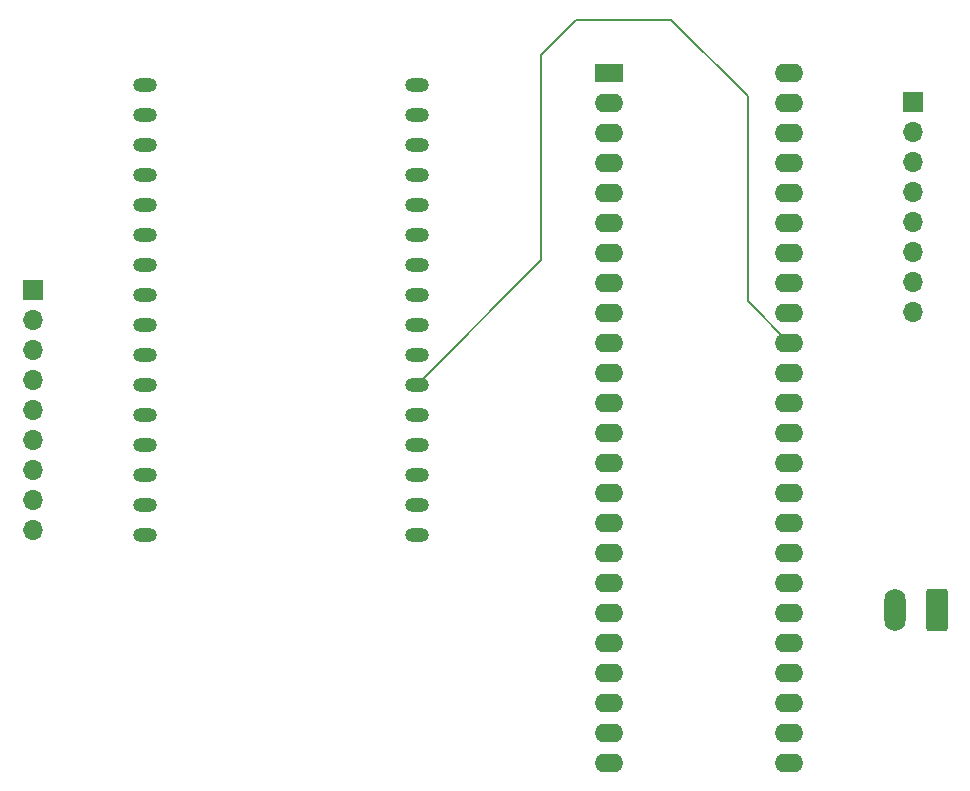
<source format=gbr>
%TF.GenerationSoftware,KiCad,Pcbnew,8.0.3*%
%TF.CreationDate,2024-07-16T20:51:18-07:00*%
%TF.ProjectId,pcb_test,7063625f-7465-4737-942e-6b696361645f,rev?*%
%TF.SameCoordinates,Original*%
%TF.FileFunction,Copper,L2,Bot*%
%TF.FilePolarity,Positive*%
%FSLAX46Y46*%
G04 Gerber Fmt 4.6, Leading zero omitted, Abs format (unit mm)*
G04 Created by KiCad (PCBNEW 8.0.3) date 2024-07-16 20:51:18*
%MOMM*%
%LPD*%
G01*
G04 APERTURE LIST*
G04 Aperture macros list*
%AMRoundRect*
0 Rectangle with rounded corners*
0 $1 Rounding radius*
0 $2 $3 $4 $5 $6 $7 $8 $9 X,Y pos of 4 corners*
0 Add a 4 corners polygon primitive as box body*
4,1,4,$2,$3,$4,$5,$6,$7,$8,$9,$2,$3,0*
0 Add four circle primitives for the rounded corners*
1,1,$1+$1,$2,$3*
1,1,$1+$1,$4,$5*
1,1,$1+$1,$6,$7*
1,1,$1+$1,$8,$9*
0 Add four rect primitives between the rounded corners*
20,1,$1+$1,$2,$3,$4,$5,0*
20,1,$1+$1,$4,$5,$6,$7,0*
20,1,$1+$1,$6,$7,$8,$9,0*
20,1,$1+$1,$8,$9,$2,$3,0*%
G04 Aperture macros list end*
%TA.AperFunction,ComponentPad*%
%ADD10R,1.700000X1.700000*%
%TD*%
%TA.AperFunction,ComponentPad*%
%ADD11O,1.700000X1.700000*%
%TD*%
%TA.AperFunction,ComponentPad*%
%ADD12O,2.000000X1.200000*%
%TD*%
%TA.AperFunction,ComponentPad*%
%ADD13RoundRect,0.250000X0.650000X1.550000X-0.650000X1.550000X-0.650000X-1.550000X0.650000X-1.550000X0*%
%TD*%
%TA.AperFunction,ComponentPad*%
%ADD14O,1.800000X3.600000*%
%TD*%
%TA.AperFunction,ComponentPad*%
%ADD15O,2.400000X1.600000*%
%TD*%
%TA.AperFunction,ComponentPad*%
%ADD16R,2.400000X1.600000*%
%TD*%
%TA.AperFunction,Conductor*%
%ADD17C,0.200000*%
%TD*%
G04 APERTURE END LIST*
D10*
%TO.P,J5,1,Pin_1*%
%TO.N,Net-(J1-Pin_1)*%
X113740000Y-32180000D03*
D11*
%TO.P,J5,2,Pin_2*%
%TO.N,Net-(J1-Pin_2)*%
X113740000Y-34720000D03*
%TO.P,J5,3,Pin_3*%
%TO.N,Net-(J2-Pin_32)*%
X113740000Y-37260000D03*
%TO.P,J5,4,Pin_4*%
%TO.N,Net-(J2-Pin_33)*%
X113740000Y-39800000D03*
%TO.P,J5,5,Pin_5*%
%TO.N,Net-(J2-Pin_43)*%
X113740000Y-42340000D03*
%TO.P,J5,6,Pin_6*%
%TO.N,Net-(J2-Pin_42)*%
X113740000Y-44880000D03*
%TO.P,J5,7,Pin_7*%
%TO.N,Net-(J2-Pin_41)*%
X113740000Y-47420000D03*
%TO.P,J5,8,Pin_8*%
%TO.N,Net-(J2-Pin_40)*%
X113740000Y-49960000D03*
%TD*%
D12*
%TO.P,J4,1,Pin_1*%
%TO.N,unconnected-(J4-Pin_1-Pad1)*%
X71740000Y-68780000D03*
%TO.P,J4,2,Pin_2*%
%TO.N,unconnected-(J4-Pin_2-Pad2)*%
X71740000Y-66240000D03*
%TO.P,J4,3,Pin_3*%
%TO.N,unconnected-(J4-Pin_3-Pad3)*%
X71740000Y-63700000D03*
%TO.P,J4,4,Pin_4*%
%TO.N,unconnected-(J4-Pin_4-Pad4)*%
X71740000Y-61160000D03*
%TO.P,J4,5,Pin_5*%
%TO.N,unconnected-(J4-Pin_5-Pad5)*%
X71740000Y-58620000D03*
%TO.P,J4,6,Pin_6*%
%TO.N,Net-(J2-Pin_39)*%
X71740000Y-56080000D03*
%TO.P,J4,7,Pin_7*%
%TO.N,Net-(J2-Pin_27)*%
X71740000Y-53540000D03*
%TO.P,J4,8,Pin_8*%
%TO.N,unconnected-(J4-Pin_8-Pad8)*%
X71740000Y-51000000D03*
%TO.P,J4,9,Pin_9*%
%TO.N,unconnected-(J4-Pin_9-Pad9)*%
X71740000Y-48460000D03*
%TO.P,J4,10,Pin_10*%
%TO.N,unconnected-(J4-Pin_10-Pad10)*%
X71740000Y-45920000D03*
%TO.P,J4,11,Pin_11*%
%TO.N,unconnected-(J4-Pin_11-Pad11)*%
X71740000Y-43380000D03*
%TO.P,J4,12,Pin_12*%
%TO.N,unconnected-(J4-Pin_12-Pad12)*%
X71740000Y-40840000D03*
%TO.P,J4,13,Pin_13*%
%TO.N,unconnected-(J4-Pin_13-Pad13)*%
X71740000Y-38300000D03*
%TO.P,J4,14,Pin_14*%
%TO.N,unconnected-(J4-Pin_14-Pad14)*%
X71740000Y-35760000D03*
%TO.P,J4,15,Pin_15*%
%TO.N,Net-(J2-Pin_30)*%
X71740000Y-33220000D03*
%TO.P,J4,16,Pin_16*%
%TO.N,unconnected-(J4-Pin_16-Pad16)*%
X71740000Y-30680000D03*
%TO.P,J4,17,Pin_17*%
%TO.N,unconnected-(J4-Pin_17-Pad17)*%
X48740000Y-68780000D03*
%TO.P,J4,18,Pin_18*%
%TO.N,Net-(J3-Pin_4)*%
X48740000Y-66240000D03*
%TO.P,J4,19,Pin_19*%
%TO.N,Net-(J3-Pin_5)*%
X48740000Y-63700000D03*
%TO.P,J4,20,Pin_20*%
%TO.N,unconnected-(J4-Pin_20-Pad20)*%
X48740000Y-61160000D03*
%TO.P,J4,21,Pin_21*%
%TO.N,unconnected-(J4-Pin_21-Pad21)*%
X48740000Y-58620000D03*
%TO.P,J4,22,Pin_22*%
%TO.N,unconnected-(J4-Pin_22-Pad22)*%
X48740000Y-56080000D03*
%TO.P,J4,23,Pin_23*%
%TO.N,Net-(J1-Pin_1)*%
X48740000Y-53540000D03*
%TO.P,J4,24,Pin_24*%
%TO.N,unconnected-(J4-Pin_24-Pad24)*%
X48740000Y-51000000D03*
%TO.P,J4,25,Pin_25*%
%TO.N,Net-(J1-Pin_2)*%
X48740000Y-48460000D03*
%TO.P,J4,26,Pin_26*%
%TO.N,Net-(J2-Pin_14)*%
X48740000Y-45920000D03*
%TO.P,J4,27,Pin_27*%
%TO.N,Net-(J2-Pin_13)*%
X48740000Y-43380000D03*
%TO.P,J4,28,Pin_28*%
%TO.N,Net-(J2-Pin_38)*%
X48740000Y-40840000D03*
%TO.P,J4,29,Pin_29*%
%TO.N,Net-(J2-Pin_11)*%
X48740000Y-38300000D03*
%TO.P,J4,30,Pin_30*%
%TO.N,Net-(J2-Pin_12)*%
X48740000Y-35760000D03*
%TO.P,J4,31,Pin_31*%
%TO.N,unconnected-(J4-Pin_31-Pad31)*%
X48740000Y-33220000D03*
%TO.P,J4,32,Pin_32*%
%TO.N,unconnected-(J4-Pin_32-Pad32)*%
X48740000Y-30680000D03*
%TD*%
D10*
%TO.P,J3,1,Pin_1*%
%TO.N,Net-(J1-Pin_1)*%
X39240000Y-48100000D03*
D11*
%TO.P,J3,2,Pin_2*%
%TO.N,Net-(J1-Pin_2)*%
X39240000Y-50640000D03*
%TO.P,J3,3,Pin_3*%
%TO.N,unconnected-(J3-Pin_3-Pad3)*%
X39240000Y-53180000D03*
%TO.P,J3,4,Pin_4*%
%TO.N,Net-(J3-Pin_4)*%
X39240000Y-55720000D03*
%TO.P,J3,5,Pin_5*%
%TO.N,Net-(J3-Pin_5)*%
X39240000Y-58260000D03*
%TO.P,J3,6,Pin_6*%
%TO.N,unconnected-(J3-Pin_6-Pad6)*%
X39240000Y-60800000D03*
%TO.P,J3,7,Pin_7*%
%TO.N,unconnected-(J3-Pin_7-Pad7)*%
X39240000Y-63340000D03*
%TO.P,J3,8,Pin_8*%
%TO.N,unconnected-(J3-Pin_8-Pad8)*%
X39240000Y-65880000D03*
%TO.P,J3,9,Pin_9*%
%TO.N,unconnected-(J3-Pin_9-Pad9)*%
X39240000Y-68420000D03*
%TD*%
D13*
%TO.P,J1,1,Pin_1*%
%TO.N,Net-(J1-Pin_1)*%
X115740000Y-75180000D03*
D14*
%TO.P,J1,2,Pin_2*%
%TO.N,Net-(J1-Pin_2)*%
X112240000Y-75180000D03*
%TD*%
D15*
%TO.P,J2,48,Pin_48*%
%TO.N,unconnected-(J2-Pin_48-Pad48)*%
X103240000Y-29680000D03*
%TO.P,J2,47,Pin_47*%
%TO.N,unconnected-(J2-Pin_47-Pad47)*%
X103240000Y-32220000D03*
%TO.P,J2,46,Pin_46*%
%TO.N,unconnected-(J2-Pin_46-Pad46)*%
X103240000Y-34760000D03*
%TO.P,J2,45,Pin_45*%
%TO.N,unconnected-(J2-Pin_45-Pad45)*%
X103240000Y-37300000D03*
%TO.P,J2,44,Pin_44*%
%TO.N,unconnected-(J2-Pin_44-Pad44)*%
X103240000Y-39840000D03*
%TO.P,J2,43,Pin_43*%
%TO.N,Net-(J2-Pin_43)*%
X103240000Y-42380000D03*
%TO.P,J2,42,Pin_42*%
%TO.N,Net-(J2-Pin_42)*%
X103240000Y-44920000D03*
%TO.P,J2,41,Pin_41*%
%TO.N,Net-(J2-Pin_41)*%
X103240000Y-47460000D03*
%TO.P,J2,40,Pin_40*%
%TO.N,Net-(J2-Pin_40)*%
X103240000Y-50000000D03*
%TO.P,J2,39,Pin_39*%
%TO.N,Net-(J2-Pin_39)*%
X103240000Y-52540000D03*
%TO.P,J2,38,Pin_38*%
%TO.N,Net-(J2-Pin_38)*%
X103240000Y-55080000D03*
%TO.P,J2,37,Pin_37*%
%TO.N,unconnected-(J2-Pin_37-Pad37)*%
X103240000Y-57620000D03*
%TO.P,J2,36,Pin_36*%
%TO.N,unconnected-(J2-Pin_36-Pad36)*%
X103240000Y-60160000D03*
%TO.P,J2,35,Pin_35*%
%TO.N,unconnected-(J2-Pin_35-Pad35)*%
X103240000Y-62700000D03*
%TO.P,J2,34,Pin_34*%
%TO.N,unconnected-(J2-Pin_34-Pad34)*%
X103240000Y-65240000D03*
%TO.P,J2,33,Pin_33*%
%TO.N,Net-(J2-Pin_33)*%
X103240000Y-67780000D03*
%TO.P,J2,32,Pin_32*%
%TO.N,Net-(J2-Pin_32)*%
X103240000Y-70320000D03*
%TO.P,J2,31,Pin_31*%
%TO.N,unconnected-(J2-Pin_31-Pad31)*%
X103240000Y-72860000D03*
%TO.P,J2,30,Pin_30*%
%TO.N,Net-(J2-Pin_30)*%
X103240000Y-75400000D03*
%TO.P,J2,29,Pin_29*%
%TO.N,unconnected-(J2-Pin_29-Pad29)*%
X103240000Y-77940000D03*
%TO.P,J2,28,Pin_28*%
%TO.N,unconnected-(J2-Pin_28-Pad28)*%
X103240000Y-80480000D03*
%TO.P,J2,27,Pin_27*%
%TO.N,Net-(J2-Pin_27)*%
X103240000Y-83020000D03*
%TO.P,J2,26,Pin_26*%
%TO.N,Net-(J1-Pin_2)*%
X103240000Y-85560000D03*
%TO.P,J2,25,Pin_25*%
%TO.N,Net-(J1-Pin_1)*%
X103240000Y-88100000D03*
%TO.P,J2,24,Pin_24*%
%TO.N,unconnected-(J2-Pin_24-Pad24)*%
X88000000Y-88100000D03*
%TO.P,J2,23,Pin_23*%
%TO.N,unconnected-(J2-Pin_23-Pad23)*%
X88000000Y-85560000D03*
%TO.P,J2,22,Pin_22*%
%TO.N,unconnected-(J2-Pin_22-Pad22)*%
X88000000Y-83020000D03*
%TO.P,J2,21,Pin_21*%
%TO.N,unconnected-(J2-Pin_21-Pad21)*%
X88000000Y-80480000D03*
%TO.P,J2,20,Pin_20*%
%TO.N,unconnected-(J2-Pin_20-Pad20)*%
X88000000Y-77940000D03*
%TO.P,J2,19,Pin_19*%
%TO.N,unconnected-(J2-Pin_19-Pad19)*%
X88000000Y-75400000D03*
%TO.P,J2,18,Pin_18*%
%TO.N,unconnected-(J2-Pin_18-Pad18)*%
X88000000Y-72860000D03*
%TO.P,J2,17,Pin_17*%
%TO.N,unconnected-(J2-Pin_17-Pad17)*%
X88000000Y-70320000D03*
%TO.P,J2,16,Pin_16*%
%TO.N,unconnected-(J2-Pin_16-Pad16)*%
X88000000Y-67780000D03*
%TO.P,J2,15,Pin_15*%
%TO.N,unconnected-(J2-Pin_15-Pad15)*%
X88000000Y-65240000D03*
%TO.P,J2,14,Pin_14*%
%TO.N,Net-(J2-Pin_14)*%
X88000000Y-62700000D03*
%TO.P,J2,13,Pin_13*%
%TO.N,Net-(J2-Pin_13)*%
X88000000Y-60160000D03*
%TO.P,J2,12,Pin_12*%
%TO.N,Net-(J2-Pin_12)*%
X88000000Y-57620000D03*
%TO.P,J2,11,Pin_11*%
%TO.N,Net-(J2-Pin_11)*%
X88000000Y-55080000D03*
%TO.P,J2,10,Pin_10*%
%TO.N,unconnected-(J2-Pin_10-Pad10)*%
X88000000Y-52540000D03*
%TO.P,J2,9,Pin_9*%
%TO.N,unconnected-(J2-Pin_9-Pad9)*%
X88000000Y-50000000D03*
%TO.P,J2,8,Pin_8*%
%TO.N,unconnected-(J2-Pin_8-Pad8)*%
X88000000Y-47460000D03*
%TO.P,J2,7,Pin_7*%
%TO.N,unconnected-(J2-Pin_7-Pad7)*%
X88000000Y-44920000D03*
%TO.P,J2,6,Pin_6*%
%TO.N,unconnected-(J2-Pin_6-Pad6)*%
X88000000Y-42380000D03*
%TO.P,J2,5,Pin_5*%
%TO.N,unconnected-(J2-Pin_5-Pad5)*%
X88000000Y-39840000D03*
%TO.P,J2,4,Pin_4*%
%TO.N,unconnected-(J2-Pin_4-Pad4)*%
X88000000Y-37300000D03*
%TO.P,J2,3,Pin_3*%
%TO.N,unconnected-(J2-Pin_3-Pad3)*%
X88000000Y-34760000D03*
%TO.P,J2,2,Pin_2*%
%TO.N,unconnected-(J2-Pin_2-Pad2)*%
X88000000Y-32220000D03*
D16*
%TO.P,J2,1,Pin_1*%
%TO.N,unconnected-(J2-Pin_1-Pad1)*%
X88000000Y-29680000D03*
%TD*%
D17*
%TO.N,Net-(J2-Pin_39)*%
X82240000Y-45580000D02*
X71740000Y-56080000D01*
X82240000Y-28180000D02*
X82240000Y-45580000D01*
X85240000Y-25180000D02*
X82240000Y-28180000D01*
X93240000Y-25180000D02*
X85240000Y-25180000D01*
X99740000Y-31680000D02*
X93240000Y-25180000D01*
X99740000Y-49040000D02*
X99740000Y-31680000D01*
X103240000Y-52540000D02*
X99740000Y-49040000D01*
%TD*%
M02*

</source>
